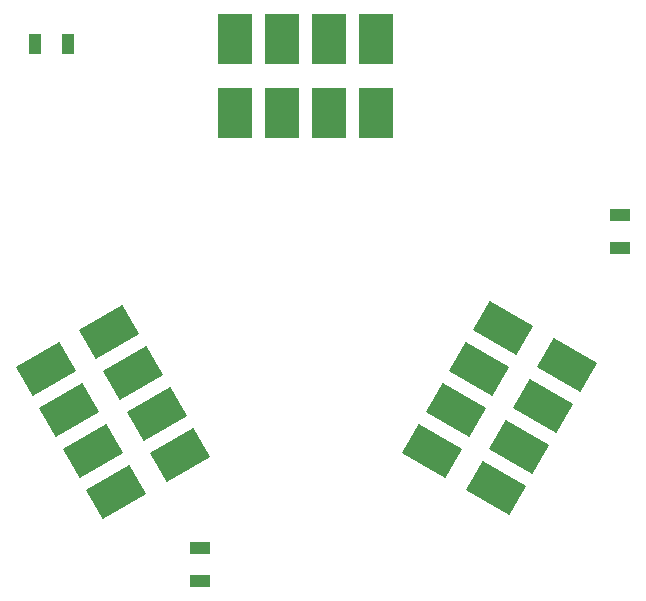
<source format=gbp>
%FSLAX25Y25*%
%MOIN*%
G70*
G01*
G75*
G04 Layer_Color=6049101*
%ADD10P,0.08352X4X369.0*%
%ADD11P,0.08352X4X81.0*%
%ADD12P,0.08352X4X153.0*%
%ADD13R,0.05906X0.05906*%
%ADD14P,0.08352X4X117.0*%
%ADD15R,0.05906X0.05906*%
%ADD16C,0.02500*%
%ADD17C,0.05000*%
%ADD18C,0.16500*%
%ADD19C,0.04000*%
%ADD20R,0.08000X0.05000*%
%ADD21R,0.05000X0.08000*%
%ADD22R,0.12205X0.17716*%
G04:AMPARAMS|DCode=23|XSize=122.05mil|YSize=177.16mil|CornerRadius=0mil|HoleSize=0mil|Usage=FLASHONLY|Rotation=240.000|XOffset=0mil|YOffset=0mil|HoleType=Round|Shape=Rectangle|*
%AMROTATEDRECTD23*
4,1,4,-0.04620,0.09714,0.10723,0.00856,0.04620,-0.09714,-0.10723,-0.00856,-0.04620,0.09714,0.0*
%
%ADD23ROTATEDRECTD23*%

G04:AMPARAMS|DCode=24|XSize=122.05mil|YSize=177.16mil|CornerRadius=0mil|HoleSize=0mil|Usage=FLASHONLY|Rotation=120.000|XOffset=0mil|YOffset=0mil|HoleType=Round|Shape=Rectangle|*
%AMROTATEDRECTD24*
4,1,4,0.10723,-0.00856,-0.04620,-0.09714,-0.10723,0.00856,0.04620,0.09714,0.10723,-0.00856,0.0*
%
%ADD24ROTATEDRECTD24*%

%ADD25C,0.01000*%
%ADD26C,0.01200*%
%ADD27C,0.01500*%
%ADD28P,0.06937X4X369.0*%
%ADD29P,0.06937X4X81.0*%
%ADD30P,0.06937X4X153.0*%
%ADD31R,0.04906X0.04906*%
%ADD32P,0.06937X4X117.0*%
%ADD33R,0.04906X0.04906*%
%ADD34R,0.07000X0.04000*%
%ADD35R,0.04000X0.07000*%
%ADD36R,0.11205X0.16716*%
G04:AMPARAMS|DCode=37|XSize=112.05mil|YSize=167.16mil|CornerRadius=0mil|HoleSize=0mil|Usage=FLASHONLY|Rotation=240.000|XOffset=0mil|YOffset=0mil|HoleType=Round|Shape=Rectangle|*
%AMROTATEDRECTD37*
4,1,4,-0.04437,0.09031,0.10040,0.00673,0.04437,-0.09031,-0.10040,-0.00673,-0.04437,0.09031,0.0*
%
%ADD37ROTATEDRECTD37*%

G04:AMPARAMS|DCode=38|XSize=112.05mil|YSize=167.16mil|CornerRadius=0mil|HoleSize=0mil|Usage=FLASHONLY|Rotation=120.000|XOffset=0mil|YOffset=0mil|HoleType=Round|Shape=Rectangle|*
%AMROTATEDRECTD38*
4,1,4,0.10040,-0.00673,-0.04437,-0.09031,-0.10040,0.00673,0.04437,0.09031,0.10040,-0.00673,0.0*
%
%ADD38ROTATEDRECTD38*%

D34*
X1064500Y809500D02*
D03*
Y820500D02*
D03*
X1204500Y931500D02*
D03*
X1204500Y920500D02*
D03*
D35*
X1020500Y988500D02*
D03*
X1009500D02*
D03*
D36*
X1123248Y965394D02*
D03*
X1107500D02*
D03*
X1091752D02*
D03*
X1123248Y990000D02*
D03*
X1107500D02*
D03*
X1091752D02*
D03*
X1076004Y965394D02*
D03*
Y990000D02*
D03*
D37*
X1141752Y852724D02*
D03*
X1149626Y866362D02*
D03*
X1157500Y880000D02*
D03*
X1163062Y840421D02*
D03*
X1170936Y854059D02*
D03*
X1178810Y867697D02*
D03*
X1165374Y893638D02*
D03*
X1186684Y881335D02*
D03*
D38*
X1034252Y892276D02*
D03*
X1042126Y878638D02*
D03*
X1050000Y865000D02*
D03*
X1012942Y879973D02*
D03*
X1020816Y866335D02*
D03*
X1028690Y852697D02*
D03*
X1057874Y851362D02*
D03*
X1036564Y839059D02*
D03*
M02*

</source>
